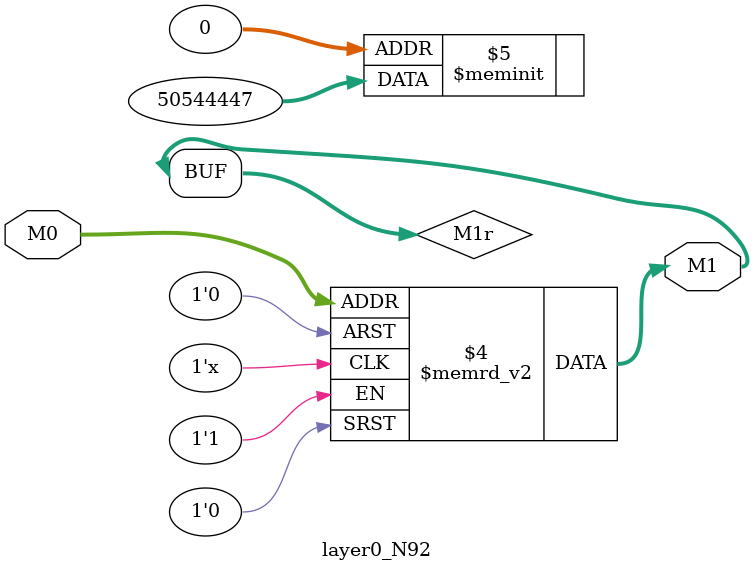
<source format=v>
module layer0_N92 ( input [3:0] M0, output [1:0] M1 );

	(*rom_style = "distributed" *) reg [1:0] M1r;
	assign M1 = M1r;
	always @ (M0) begin
		case (M0)
			4'b0000: M1r = 2'b11;
			4'b1000: M1r = 2'b11;
			4'b0100: M1r = 2'b11;
			4'b1100: M1r = 2'b11;
			4'b0010: M1r = 2'b11;
			4'b1010: M1r = 2'b00;
			4'b0110: M1r = 2'b11;
			4'b1110: M1r = 2'b00;
			4'b0001: M1r = 2'b11;
			4'b1001: M1r = 2'b00;
			4'b0101: M1r = 2'b11;
			4'b1101: M1r = 2'b00;
			4'b0011: M1r = 2'b00;
			4'b1011: M1r = 2'b00;
			4'b0111: M1r = 2'b00;
			4'b1111: M1r = 2'b00;

		endcase
	end
endmodule

</source>
